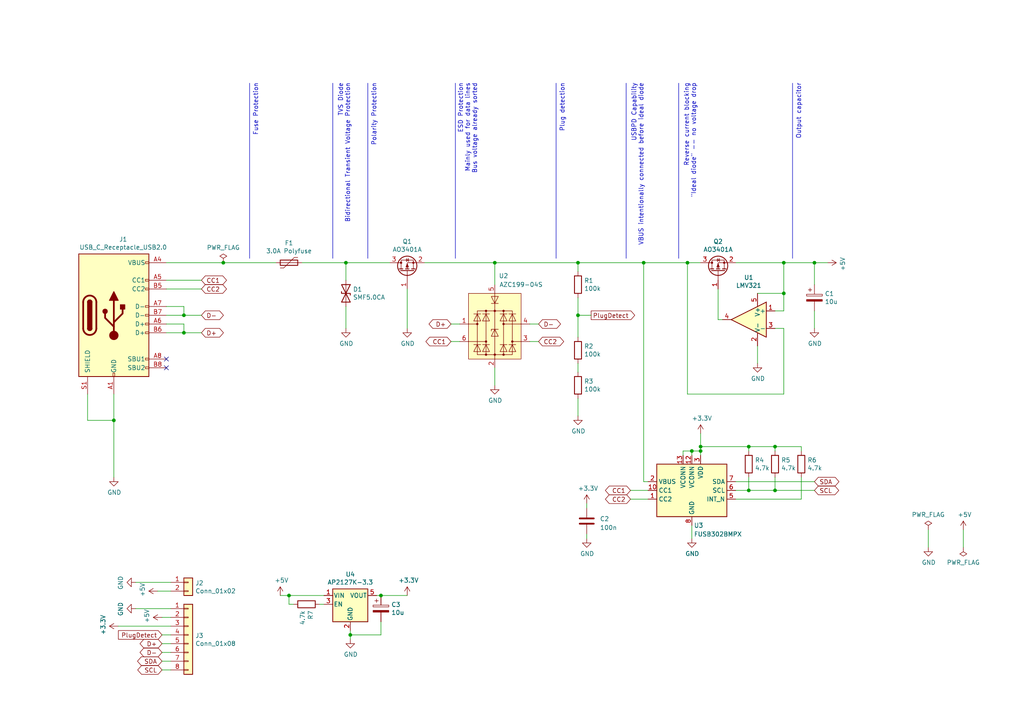
<source format=kicad_sch>
(kicad_sch (version 20230121) (generator eeschema)
  (paper "A4")
  (lib_symbols
    (symbol "Amplifier_Operational:LMV321" (pin_names (offset 0.127))
      (property "Reference" "U" (at 0 5.08 0))
      (property "Value" "LMV321" (at 0 -5.08 0))
      (symbol "LMV321_0_1"
        (polyline (pts (xy -5.08 5.08) (xy 5.08 0) (xy -5.08 -5.08) (xy -5.08 5.08)) (stroke (width 0.254)) (fill (type background)))
        (pin power_in line (at -2.54 -7.62 90) (length 3.81) (name "V-") (number "2"))
        (pin power_in line (at -2.54 7.62 270) (length 3.81) (name "V+") (number "5"))
      )
      (symbol "LMV321_1_1"
        (pin input line (at -7.62 2.54 0) (length 2.54) (name "+") (number "1"))
        (pin input line (at -7.62 -2.54 0) (length 2.54) (name "-") (number "3"))
        (pin output line (at 7.62 0 180) (length 2.54) (name "~") (number "4"))
      )
    )
    (symbol "Connector:USB_C_Receptacle_USB2.0" (pin_names (offset 1.016))
      (property "Reference" "J" (at -10.16 19.05 0))
      (property "Value" "USB_C_Receptacle_USB2.0" (at 19.05 19.05 0))
      (symbol "USB_C_Receptacle_USB2.0_0_0"
        (rectangle (start -0.254 -17.78) (end 0.254 -16.764))
        (rectangle (start 10.16 -14.986) (end 9.144 -15.494))
        (rectangle (start 10.16 -12.446) (end 9.144 -12.954))
        (rectangle (start 10.16 -4.826) (end 9.144 -5.334))
        (rectangle (start 10.16 -2.286) (end 9.144 -2.794))
        (rectangle (start 10.16 0.254) (end 9.144 -0.254))
        (rectangle (start 10.16 2.794) (end 9.144 2.286))
        (rectangle (start 10.16 7.874) (end 9.144 7.366))
        (rectangle (start 10.16 10.414) (end 9.144 9.906))
        (rectangle (start 10.16 15.494) (end 9.144 14.986))
      )
      (symbol "USB_C_Receptacle_USB2.0_0_1"
        (rectangle (start -10.16 17.78) (end 10.16 -17.78) (stroke (width 0.254)) (fill (type background)))
        (arc (start -8.89 -3.81) (mid -6.985 -5.7067) (end -5.08 -3.81) (stroke (width 0.508)))
        (arc (start -7.62 -3.81) (mid -6.985 -4.4423) (end -6.35 -3.81) (stroke (width 0.254)))
        (arc (start -7.62 -3.81) (mid -6.985 -4.4423) (end -6.35 -3.81) (stroke (width 0.254)) (fill (type outline)))
        (rectangle (start -7.62 -3.81) (end -6.35 3.81) (stroke (width 0.254)) (fill (type outline)))
        (arc (start -6.35 3.81) (mid -6.985 4.4423) (end -7.62 3.81) (stroke (width 0.254)))
        (arc (start -6.35 3.81) (mid -6.985 4.4423) (end -7.62 3.81) (stroke (width 0.254)) (fill (type outline)))
        (arc (start -5.08 3.81) (mid -6.985 5.7067) (end -8.89 3.81) (stroke (width 0.508)))
        (circle (center -2.54 1.143) (radius 0.635) (stroke (width 0.254)) (fill (type outline)))
        (circle (center 0 -5.842) (radius 1.27) (fill (type outline)))
        (polyline (pts (xy -8.89 -3.81) (xy -8.89 3.81)) (stroke (width 0.508)))
        (polyline (pts (xy -5.08 3.81) (xy -5.08 -3.81)) (stroke (width 0.508)))
        (polyline (pts (xy 0 -5.842) (xy 0 4.318)) (stroke (width 0.508)))
        (polyline (pts (xy 0 -3.302) (xy -2.54 -0.762) (xy -2.54 0.508)) (stroke (width 0.508)))
        (polyline (pts (xy 0 -2.032) (xy 2.54 0.508) (xy 2.54 1.778)) (stroke (width 0.508)))
        (polyline (pts (xy -1.27 4.318) (xy 0 6.858) (xy 1.27 4.318) (xy -1.27 4.318)) (stroke (width 0.254)) (fill (type outline)))
        (rectangle (start 1.905 1.778) (end 3.175 3.048) (stroke (width 0.254)) (fill (type outline)))
      )
      (symbol "USB_C_Receptacle_USB2.0_1_1"
        (pin passive line (at 0 -22.86 90) (length 5.08) (name "GND") (number "A1"))
        (pin passive line (at 0 -22.86 90) (length 5.08) hide (name "GND") (number "A12"))
        (pin passive line (at 15.24 15.24 180) (length 5.08) (name "VBUS") (number "A4"))
        (pin bidirectional line (at 15.24 10.16 180) (length 5.08) (name "CC1") (number "A5"))
        (pin bidirectional line (at 15.24 -2.54 180) (length 5.08) (name "D+") (number "A6"))
        (pin bidirectional line (at 15.24 2.54 180) (length 5.08) (name "D-") (number "A7"))
        (pin bidirectional line (at 15.24 -12.7 180) (length 5.08) (name "SBU1") (number "A8"))
        (pin passive line (at 15.24 15.24 180) (length 5.08) hide (name "VBUS") (number "A9"))
        (pin passive line (at 0 -22.86 90) (length 5.08) hide (name "GND") (number "B1"))
        (pin passive line (at 0 -22.86 90) (length 5.08) hide (name "GND") (number "B12"))
        (pin passive line (at 15.24 15.24 180) (length 5.08) hide (name "VBUS") (number "B4"))
        (pin bidirectional line (at 15.24 7.62 180) (length 5.08) (name "CC2") (number "B5"))
        (pin bidirectional line (at 15.24 -5.08 180) (length 5.08) (name "D+") (number "B6"))
        (pin bidirectional line (at 15.24 0 180) (length 5.08) (name "D-") (number "B7"))
        (pin bidirectional line (at 15.24 -15.24 180) (length 5.08) (name "SBU2") (number "B8"))
        (pin passive line (at 15.24 15.24 180) (length 5.08) hide (name "VBUS") (number "B9"))
        (pin passive line (at -7.62 -22.86 90) (length 5.08) (name "SHIELD") (number "S1"))
      )
    )
    (symbol "Connector_Generic:Conn_01x02" (pin_names (offset 1.016) hide)
      (property "Reference" "J" (at 0 2.54 0))
      (property "Value" "Conn_01x02" (at 0 -5.08 0))
      (symbol "Conn_01x02_1_1"
        (rectangle (start -1.27 -2.413) (end 0 -2.667) (stroke (width 0.1524)))
        (rectangle (start -1.27 0.127) (end 0 -0.127) (stroke (width 0.1524)))
        (rectangle (start -1.27 1.27) (end 1.27 -3.81) (stroke (width 0.254)) (fill (type background)))
        (pin passive line (at -5.08 0 0) (length 3.81) (name "Pin_1") (number "1"))
        (pin passive line (at -5.08 -2.54 0) (length 3.81) (name "Pin_2") (number "2"))
      )
    )
    (symbol "Connector_Generic:Conn_01x08" (pin_names (offset 1.016) hide)
      (property "Reference" "J" (at 0 10.16 0))
      (property "Value" "Conn_01x08" (at 0 -12.7 0))
      (symbol "Conn_01x08_1_1"
        (rectangle (start -1.27 -10.033) (end 0 -10.287) (stroke (width 0.1524)))
        (rectangle (start -1.27 -7.493) (end 0 -7.747) (stroke (width 0.1524)))
        (rectangle (start -1.27 -4.953) (end 0 -5.207) (stroke (width 0.1524)))
        (rectangle (start -1.27 -2.413) (end 0 -2.667) (stroke (width 0.1524)))
        (rectangle (start -1.27 0.127) (end 0 -0.127) (stroke (width 0.1524)))
        (rectangle (start -1.27 2.667) (end 0 2.413) (stroke (width 0.1524)))
        (rectangle (start -1.27 5.207) (end 0 4.953) (stroke (width 0.1524)))
        (rectangle (start -1.27 7.747) (end 0 7.493) (stroke (width 0.1524)))
        (rectangle (start -1.27 8.89) (end 1.27 -11.43) (stroke (width 0.254)) (fill (type background)))
        (pin passive line (at -5.08 7.62 0) (length 3.81) (name "Pin_1") (number "1"))
        (pin passive line (at -5.08 5.08 0) (length 3.81) (name "Pin_2") (number "2"))
        (pin passive line (at -5.08 2.54 0) (length 3.81) (name "Pin_3") (number "3"))
        (pin passive line (at -5.08 0 0) (length 3.81) (name "Pin_4") (number "4"))
        (pin passive line (at -5.08 -2.54 0) (length 3.81) (name "Pin_5") (number "5"))
        (pin passive line (at -5.08 -5.08 0) (length 3.81) (name "Pin_6") (number "6"))
        (pin passive line (at -5.08 -7.62 0) (length 3.81) (name "Pin_7") (number "7"))
        (pin passive line (at -5.08 -10.16 0) (length 3.81) (name "Pin_8") (number "8"))
      )
    )
    (symbol "Device:C" (pin_numbers hide) (pin_names (offset 0.254))
      (property "Reference" "C" (at 0.635 2.54 0))
      (property "Value" "C" (at 0.635 -2.54 0))
      (symbol "C_0_1"
        (polyline (pts (xy -2.032 -0.762) (xy 2.032 -0.762)) (stroke (width 0.508)))
        (polyline (pts (xy -2.032 0.762) (xy 2.032 0.762)) (stroke (width 0.508)))
      )
      (symbol "C_1_1"
        (pin passive line (at 0 3.81 270) (length 2.794) (name "~") (number "1"))
        (pin passive line (at 0 -3.81 90) (length 2.794) (name "~") (number "2"))
      )
    )
    (symbol "Device:C_Polarized" (pin_numbers hide) (pin_names (offset 0.254))
      (property "Reference" "C" (at 0.635 2.54 0))
      (property "Value" "C_Polarized" (at 0.635 -2.54 0))
      (symbol "C_Polarized_0_1"
        (rectangle (start -2.286 0.508) (end 2.286 1.016))
        (polyline (pts (xy -1.778 2.286) (xy -0.762 2.286)))
        (polyline (pts (xy -1.27 2.794) (xy -1.27 1.778)))
        (rectangle (start 2.286 -0.508) (end -2.286 -1.016) (fill (type outline)))
      )
      (symbol "C_Polarized_1_1"
        (pin passive line (at 0 3.81 270) (length 2.794) (name "~") (number "1"))
        (pin passive line (at 0 -3.81 90) (length 2.794) (name "~") (number "2"))
      )
    )
    (symbol "Device:D_TVS" (pin_numbers hide) (pin_names (offset 1.016) hide)
      (property "Reference" "D" (at 0 2.54 0))
      (property "Value" "D_TVS" (at 0 -2.54 0))
      (symbol "D_TVS_0_1"
        (polyline (pts (xy 1.27 0) (xy -1.27 0)))
        (polyline (pts (xy 0.508 1.27) (xy 0 1.27) (xy 0 -1.27) (xy -0.508 -1.27)) (stroke (width 0.254)))
        (polyline (pts (xy -2.54 1.27) (xy -2.54 -1.27) (xy 2.54 1.27) (xy 2.54 -1.27) (xy -2.54 1.27)) (stroke (width 0.254)))
      )
      (symbol "D_TVS_1_1"
        (pin passive line (at -3.81 0 0) (length 2.54) (name "A1") (number "1"))
        (pin passive line (at 3.81 0 180) (length 2.54) (name "A2") (number "2"))
      )
    )
    (symbol "Device:Polyfuse" (pin_numbers hide) (pin_names (offset 0))
      (property "Reference" "F" (at -2.54 0 90))
      (property "Value" "Polyfuse" (at 2.54 0 90))
      (symbol "Polyfuse_0_1"
        (rectangle (start -0.762 2.54) (end 0.762 -2.54) (stroke (width 0.254)))
        (polyline (pts (xy 0 2.54) (xy 0 -2.54)))
        (polyline (pts (xy -1.524 2.54) (xy -1.524 1.524) (xy 1.524 -1.524) (xy 1.524 -2.54)))
      )
      (symbol "Polyfuse_1_1"
        (pin passive line (at 0 3.81 270) (length 1.27) (name "~") (number "1"))
        (pin passive line (at 0 -3.81 90) (length 1.27) (name "~") (number "2"))
      )
    )
    (symbol "Device:R" (pin_numbers hide) (pin_names (offset 0))
      (property "Reference" "R" (at 2.032 0 90))
      (property "Value" "R" (at 0 0 90))
      (symbol "R_0_1"
        (rectangle (start -1.016 -2.54) (end 1.016 2.54) (stroke (width 0.254)))
      )
      (symbol "R_1_1"
        (pin passive line (at 0 3.81 270) (length 1.27) (name "~") (number "1"))
        (pin passive line (at 0 -3.81 90) (length 1.27) (name "~") (number "2"))
      )
    )
    (symbol "Interface_USB:FUSB302BMPX"
      (property "Reference" "U" (at -10.16 8.89 0))
      (property "Value" "FUSB302BMPX" (at 3.81 8.89 0))
      (symbol "FUSB302BMPX_0_1"
        (rectangle (start -10.16 7.62) (end 10.16 -7.62) (stroke (width 0.254)) (fill (type background)))
      )
      (symbol "FUSB302BMPX_1_1"
        (pin bidirectional line (at 12.7 -2.54 180) (length 2.54) (name "CC2") (number "1"))
        (pin bidirectional line (at 12.7 0 180) (length 2.54) (name "CC1") (number "10"))
        (pin bidirectional line (at 12.7 0 180) (length 2.54) hide (name "CC1") (number "11"))
        (pin power_in line (at 0 10.16 270) (length 2.54) (name "VCONN") (number "12"))
        (pin power_in line (at 2.54 10.16 270) (length 2.54) (name "VCONN") (number "13"))
        (pin bidirectional line (at 12.7 -2.54 180) (length 2.54) hide (name "CC2") (number "14"))
        (pin passive line (at 0 -10.16 90) (length 2.54) hide (name "GND") (number "15"))
        (pin input line (at 12.7 2.54 180) (length 2.54) (name "VBUS") (number "2"))
        (pin power_in line (at -2.54 10.16 270) (length 2.54) (name "VDD") (number "3"))
        (pin passive line (at -2.54 10.16 270) (length 2.54) hide (name "VDD") (number "4"))
        (pin open_collector line (at -12.7 -2.54 0) (length 2.54) (name "INT_N") (number "5"))
        (pin input line (at -12.7 0 0) (length 2.54) (name "SCL") (number "6"))
        (pin bidirectional line (at -12.7 2.54 0) (length 2.54) (name "SDA") (number "7"))
        (pin power_in line (at 0 -10.16 90) (length 2.54) (name "GND") (number "8"))
        (pin passive line (at 0 -10.16 90) (length 2.54) hide (name "GND") (number "9"))
      )
    )
    (symbol "Regulator_Linear:AP2127K-3.3" (pin_names (offset 0.254))
      (property "Reference" "U" (at -5.08 5.715 0))
      (property "Value" "AP2127K-3.3" (at 0 5.715 0))
      (symbol "AP2127K-3.3_0_1"
        (rectangle (start -5.08 4.445) (end 5.08 -5.08) (stroke (width 0.254)) (fill (type background)))
      )
      (symbol "AP2127K-3.3_1_1"
        (pin power_in line (at -7.62 2.54 0) (length 2.54) (name "VIN") (number "1"))
        (pin power_in line (at 0 -7.62 90) (length 2.54) (name "GND") (number "2"))
        (pin input line (at -7.62 0 0) (length 2.54) (name "EN") (number "3"))
        (pin no_connect line (at 5.08 0 180) (length 2.54) hide (name "NC") (number "4"))
        (pin power_out line (at 7.62 2.54 180) (length 2.54) (name "VOUT") (number "5"))
      )
    )
    (symbol "Transistor_FET:AO3401A" (pin_names hide)
      (property "Reference" "Q" (at 5.08 1.905 0))
      (property "Value" "AO3401A" (at 5.08 0 0))
      (symbol "AO3401A_0_1"
        (polyline (pts (xy 0.254 0) (xy -2.54 0)))
        (polyline (pts (xy 0.254 1.905) (xy 0.254 -1.905)) (stroke (width 0.254)))
        (polyline (pts (xy 0.762 -1.27) (xy 0.762 -2.286)) (stroke (width 0.254)))
        (polyline (pts (xy 0.762 0.508) (xy 0.762 -0.508)) (stroke (width 0.254)))
        (polyline (pts (xy 0.762 2.286) (xy 0.762 1.27)) (stroke (width 0.254)))
        (polyline (pts (xy 2.54 2.54) (xy 2.54 1.778)))
        (polyline (pts (xy 2.54 -2.54) (xy 2.54 0) (xy 0.762 0)))
        (polyline (pts (xy 0.762 1.778) (xy 3.302 1.778) (xy 3.302 -1.778) (xy 0.762 -1.778)))
        (polyline (pts (xy 2.286 0) (xy 1.27 0.381) (xy 1.27 -0.381) (xy 2.286 0)) (fill (type outline)))
        (polyline (pts (xy 2.794 -0.508) (xy 2.921 -0.381) (xy 3.683 -0.381) (xy 3.81 -0.254)))
        (polyline (pts (xy 3.302 -0.381) (xy 2.921 0.254) (xy 3.683 0.254) (xy 3.302 -0.381)))
        (circle (center 1.651 0) (radius 2.794) (stroke (width 0.254)))
        (circle (center 2.54 -1.778) (radius 0.254) (fill (type outline)))
        (circle (center 2.54 1.778) (radius 0.254) (fill (type outline)))
      )
      (symbol "AO3401A_1_1"
        (pin input line (at -5.08 0 0) (length 2.54) (name "G") (number "1"))
        (pin passive line (at 2.54 -5.08 90) (length 2.54) (name "S") (number "2"))
        (pin passive line (at 2.54 5.08 270) (length 2.54) (name "D") (number "3"))
      )
    )
    (symbol "power-input-test:AZC199-04S" (pin_names hide)
      (property "Reference" "U" (at 2.54 8.89 0))
      (property "Value" "AZC199-04S" (at 2.54 -8.89 0))
      (symbol "AZC199-04S_0_1"
        (rectangle (start -7.62 11.43) (end 7.62 -7.62) (fill (type background)))
        (circle (center -5.08 2.54) (radius 0.254) (fill (type outline)))
        (circle (center -2.54 -6.35) (radius 0.254) (fill (type outline)))
        (circle (center -2.54 -2.54) (radius 0.254) (fill (type outline)))
        (circle (center -2.54 6.35) (radius 0.254) (fill (type outline)))
        (rectangle (start -2.54 6.35) (end 2.54 -6.35))
        (circle (center 0 -6.35) (radius 0.254) (fill (type outline)))
        (polyline (pts (xy -5.08 2.54) (xy -7.62 2.54)))
        (polyline (pts (xy -4.064 -3.429) (xy -6.096 -3.429)))
        (polyline (pts (xy -4.064 5.461) (xy -6.096 5.461)))
        (polyline (pts (xy -2.54 -2.54) (xy -7.62 -2.54)))
        (polyline (pts (xy -1.524 -3.429) (xy -3.556 -3.429)))
        (polyline (pts (xy -1.524 5.461) (xy -3.556 5.461)))
        (polyline (pts (xy 0 -7.62) (xy 0 -6.35)))
        (polyline (pts (xy 0 -6.35) (xy 0 1.27)))
        (polyline (pts (xy 0 1.27) (xy 0 6.35)))
        (polyline (pts (xy 0 6.35) (xy 0 7.62)))
        (polyline (pts (xy 0 7.62) (xy 0 11.43)))
        (polyline (pts (xy 1.524 -3.429) (xy 3.556 -3.429)))
        (polyline (pts (xy 1.524 5.461) (xy 3.556 5.461)))
        (polyline (pts (xy 2.54 2.54) (xy 7.62 2.54)))
        (polyline (pts (xy 4.064 -3.429) (xy 6.096 -3.429)))
        (polyline (pts (xy 4.064 5.461) (xy 6.096 5.461)))
        (polyline (pts (xy 5.08 -2.54) (xy 7.62 -2.54)))
        (polyline (pts (xy -6.096 -5.461) (xy -4.064 -5.461) (xy -5.08 -3.429) (xy -6.096 -5.461)))
        (polyline (pts (xy -6.096 3.429) (xy -4.064 3.429) (xy -5.08 5.461) (xy -6.096 3.429)))
        (polyline (pts (xy -3.556 -5.461) (xy -1.524 -5.461) (xy -2.54 -3.429) (xy -3.556 -5.461)))
        (polyline (pts (xy -3.556 3.429) (xy -1.524 3.429) (xy -2.54 5.461) (xy -3.556 3.429)))
        (polyline (pts (xy -2.54 6.35) (xy -5.08 6.35) (xy -5.08 -6.35) (xy -2.54 -6.35)))
        (polyline (pts (xy -1.016 -1.016) (xy 1.016 -1.016) (xy 0 1.016) (xy -1.016 -1.016)))
        (polyline (pts (xy 1.016 1.016) (xy 0.762 1.016) (xy -1.016 1.016) (xy -1.016 0.508)))
        (polyline (pts (xy 2.54 6.35) (xy 5.08 6.35) (xy 5.08 -6.35) (xy 2.54 -6.35)))
        (polyline (pts (xy 3.556 -5.461) (xy 1.524 -5.461) (xy 2.54 -3.429) (xy 3.556 -5.461)))
        (polyline (pts (xy 3.556 3.429) (xy 1.524 3.429) (xy 2.54 5.461) (xy 3.556 3.429)))
        (polyline (pts (xy 6.096 -5.461) (xy 4.064 -5.461) (xy 5.08 -3.429) (xy 6.096 -5.461)))
        (polyline (pts (xy 6.096 3.429) (xy 4.064 3.429) (xy 5.08 5.461) (xy 6.096 3.429)))
        (circle (center 0 6.35) (radius 0.254) (fill (type outline)))
        (circle (center 2.54 -6.35) (radius 0.254) (fill (type outline)))
        (circle (center 2.54 2.54) (radius 0.254) (fill (type outline)))
        (circle (center 2.54 6.35) (radius 0.254) (fill (type outline)))
        (circle (center 5.08 -2.54) (radius 0.254) (fill (type outline)))
      )
      (symbol "AZC199-04S_1_1"
        (polyline (pts (xy -1.016 8.509) (xy 1.016 8.509)))
        (polyline (pts (xy 1.016 10.541) (xy -1.016 10.541) (xy 0 8.509) (xy 1.016 10.541)))
        (pin passive line (at -10.16 2.54 0) (length 2.54) (name "I/O1") (number "1"))
        (pin passive line (at 0 -10.16 90) (length 2.54) (name "GND") (number "2"))
        (pin passive line (at 10.16 -2.54 180) (length 2.54) (name "I/O4") (number "3"))
        (pin passive line (at 10.16 2.54 180) (length 2.54) (name "I/O3") (number "4"))
        (pin passive line (at 0 13.97 270) (length 2.54) (name "VBUS") (number "5"))
        (pin passive line (at -10.16 -2.54 0) (length 2.54) (name "I/O2") (number "6"))
      )
    )
    (symbol "power:+3.3V" (power) (pin_names (offset 0))
      (property "Value" "+3.3V" (at 0 3.556 0))
      (symbol "+3.3V_0_1"
        (polyline (pts (xy -0.762 1.27) (xy 0 2.54)))
        (polyline (pts (xy 0 0) (xy 0 2.54)))
        (polyline (pts (xy 0 2.54) (xy 0.762 1.27)))
      )
      (symbol "+3.3V_1_1"
        (pin power_in line (at 0 0 90) (length 0) hide (name "+3.3V") (number "1"))
      )
    )
    (symbol "power:+5V" (power) (pin_names (offset 0))
      (property "Value" "+5V" (at 0 3.556 0))
      (symbol "+5V_0_1"
        (polyline (pts (xy -0.762 1.27) (xy 0 2.54)))
        (polyline (pts (xy 0 0) (xy 0 2.54)))
        (polyline (pts (xy 0 2.54) (xy 0.762 1.27)))
      )
      (symbol "+5V_1_1"
        (pin power_in line (at 0 0 90) (length 0) hide (name "+5V") (number "1"))
      )
    )
    (symbol "power:GND" (power) (pin_names (offset 0))
      (property "Value" "GND" (at 0 -3.81 0))
      (symbol "GND_0_1"
        (polyline (pts (xy 0 0) (xy 0 -1.27) (xy 1.27 -1.27) (xy 0 -2.54) (xy -1.27 -1.27) (xy 0 -1.27)))
      )
      (symbol "GND_1_1"
        (pin power_in line (at 0 0 270) (length 0) hide (name "GND") (number "1"))
      )
    )
    (symbol "power:PWR_FLAG" (power) (pin_numbers hide) (pin_names (offset 0) hide)
      (property "Value" "PWR_FLAG" (at 0 3.81 0))
      (symbol "PWR_FLAG_0_0"
        (pin power_out line (at 0 0 90) (length 0) (name "pwr") (number "1"))
      )
      (symbol "PWR_FLAG_0_1"
        (polyline (pts (xy 0 0) (xy 0 1.27) (xy -1.016 1.905) (xy 0 2.54) (xy 1.016 1.905) (xy 0 1.27)))
      )
    )
  )
  (junction (at 203.2 130.81))
  (junction (at 217.17 142.24))
  (junction (at 186.69 76.2))
  (junction (at 199.39 76.2))
  (junction (at 227.33 85.09))
  (junction (at 167.64 91.44))
  (junction (at 224.79 142.24))
  (junction (at 83.82 172.72))
  (junction (at 227.33 76.2))
  (junction (at 217.17 129.54))
  (junction (at 110.49 172.72))
  (junction (at 100.33 76.2))
  (junction (at 53.34 91.44))
  (junction (at 143.51 76.2))
  (junction (at 224.79 129.54))
  (junction (at 53.34 96.52))
  (junction (at 200.66 130.81))
  (junction (at 167.64 76.2))
  (junction (at 33.02 121.92))
  (junction (at 236.22 76.2))
  (junction (at 101.6 184.15))
  (junction (at 64.77 76.2))
  (junction (at 203.2 129.54))
  (no_connect (at 48.26 106.68))
  (no_connect (at 48.26 104.14))
  (wire (pts (xy 39.37 176.53) (xy 49.53 176.53)))
  (wire (pts (xy 203.2 130.81) (xy 203.2 132.08)))
  (wire (pts (xy 217.17 129.54) (xy 217.17 130.81)))
  (wire (pts (xy 46.99 184.15) (xy 49.53 184.15)))
  (wire (pts (xy 227.33 76.2) (xy 236.22 76.2)))
  (wire (pts (xy 53.34 93.98) (xy 53.34 96.52)))
  (wire (pts (xy 153.67 99.06) (xy 156.21 99.06)))
  (wire (pts (xy 101.6 184.15) (xy 101.6 182.88)))
  (wire (pts (xy 33.02 121.92) (xy 33.02 138.43)))
  (wire (pts (xy 203.2 129.54) (xy 217.17 129.54)))
  (wire (pts (xy 199.39 76.2) (xy 199.39 114.3)))
  (wire (pts (xy 236.22 82.55) (xy 236.22 76.2)))
  (wire (pts (xy 200.66 132.08) (xy 200.66 130.81)))
  (polyline (pts (xy 72.39 74.93) (xy 72.39 24.13)))
  (wire (pts (xy 48.26 83.82) (xy 58.42 83.82)))
  (wire (pts (xy 227.33 114.3) (xy 227.33 95.25)))
  (wire (pts (xy 100.33 81.28) (xy 100.33 76.2)))
  (wire (pts (xy 167.64 76.2) (xy 186.69 76.2)))
  (wire (pts (xy 213.36 76.2) (xy 227.33 76.2)))
  (wire (pts (xy 25.4 114.3) (xy 25.4 121.92)))
  (wire (pts (xy 187.96 139.7) (xy 186.69 139.7)))
  (wire (pts (xy 224.79 129.54) (xy 224.79 130.81)))
  (wire (pts (xy 208.28 83.82) (xy 208.28 92.71)))
  (wire (pts (xy 53.34 96.52) (xy 48.26 96.52)))
  (wire (pts (xy 167.64 86.36) (xy 167.64 91.44)))
  (wire (pts (xy 53.34 91.44) (xy 58.42 91.44)))
  (wire (pts (xy 187.96 144.78) (xy 182.88 144.78)))
  (wire (pts (xy 186.69 76.2) (xy 186.69 139.7)))
  (wire (pts (xy 49.53 186.69) (xy 46.99 186.69)))
  (polyline (pts (xy 161.29 74.93) (xy 161.29 24.13)))
  (wire (pts (xy 93.98 175.26) (xy 92.71 175.26)))
  (wire (pts (xy 167.64 115.57) (xy 167.64 120.65)))
  (wire (pts (xy 167.64 78.74) (xy 167.64 76.2)))
  (wire (pts (xy 217.17 129.54) (xy 224.79 129.54)))
  (wire (pts (xy 279.4 153.67) (xy 279.4 158.75)))
  (wire (pts (xy 203.2 125.73) (xy 203.2 129.54)))
  (wire (pts (xy 200.66 130.81) (xy 203.2 130.81)))
  (wire (pts (xy 143.51 76.2) (xy 143.51 82.55)))
  (wire (pts (xy 48.26 76.2) (xy 64.77 76.2)))
  (wire (pts (xy 219.71 100.33) (xy 219.71 105.41)))
  (wire (pts (xy 167.64 105.41) (xy 167.64 107.95)))
  (wire (pts (xy 217.17 142.24) (xy 224.79 142.24)))
  (polyline (pts (xy 106.68 74.93) (xy 106.68 24.13)))
  (wire (pts (xy 219.71 85.09) (xy 227.33 85.09)))
  (wire (pts (xy 199.39 76.2) (xy 203.2 76.2)))
  (wire (pts (xy 200.66 152.4) (xy 200.66 156.21)))
  (wire (pts (xy 110.49 172.72) (xy 118.11 172.72)))
  (wire (pts (xy 143.51 106.68) (xy 143.51 111.76)))
  (wire (pts (xy 33.02 114.3) (xy 33.02 121.92)))
  (wire (pts (xy 227.33 90.17) (xy 224.79 90.17)))
  (wire (pts (xy 110.49 180.34) (xy 110.49 184.15)))
  (wire (pts (xy 170.18 146.05) (xy 170.18 147.32)))
  (wire (pts (xy 198.12 130.81) (xy 200.66 130.81)))
  (wire (pts (xy 236.22 76.2) (xy 240.03 76.2)))
  (wire (pts (xy 269.24 153.67) (xy 269.24 158.75)))
  (wire (pts (xy 227.33 76.2) (xy 227.33 85.09)))
  (wire (pts (xy 53.34 96.52) (xy 58.42 96.52)))
  (wire (pts (xy 224.79 138.43) (xy 224.79 142.24)))
  (polyline (pts (xy 96.52 74.93) (xy 96.52 24.13)))
  (wire (pts (xy 203.2 129.54) (xy 203.2 130.81)))
  (wire (pts (xy 48.26 93.98) (xy 53.34 93.98)))
  (wire (pts (xy 217.17 138.43) (xy 217.17 142.24)))
  (wire (pts (xy 130.81 99.06) (xy 133.35 99.06)))
  (wire (pts (xy 171.45 91.44) (xy 167.64 91.44)))
  (wire (pts (xy 25.4 121.92) (xy 33.02 121.92)))
  (wire (pts (xy 109.22 172.72) (xy 110.49 172.72)))
  (wire (pts (xy 46.99 179.07) (xy 49.53 179.07)))
  (wire (pts (xy 186.69 76.2) (xy 199.39 76.2)))
  (wire (pts (xy 224.79 129.54) (xy 232.41 129.54)))
  (polyline (pts (xy 132.08 74.93) (xy 132.08 24.13)))
  (wire (pts (xy 187.96 142.24) (xy 182.88 142.24)))
  (wire (pts (xy 100.33 95.25) (xy 100.33 88.9)))
  (wire (pts (xy 85.09 175.26) (xy 83.82 175.26)))
  (wire (pts (xy 83.82 175.26) (xy 83.82 172.72)))
  (wire (pts (xy 39.37 168.91) (xy 49.53 168.91)))
  (wire (pts (xy 123.19 76.2) (xy 143.51 76.2)))
  (wire (pts (xy 208.28 92.71) (xy 209.55 92.71)))
  (wire (pts (xy 232.41 130.81) (xy 232.41 129.54)))
  (polyline (pts (xy 229.87 74.93) (xy 229.87 24.13)))
  (wire (pts (xy 236.22 90.17) (xy 236.22 95.25)))
  (wire (pts (xy 48.26 88.9) (xy 53.34 88.9)))
  (polyline (pts (xy 196.85 74.93) (xy 196.85 24.13)))
  (wire (pts (xy 45.72 171.45) (xy 49.53 171.45)))
  (wire (pts (xy 49.53 194.31) (xy 46.99 194.31)))
  (wire (pts (xy 213.36 142.24) (xy 217.17 142.24)))
  (wire (pts (xy 64.77 76.2) (xy 80.01 76.2)))
  (wire (pts (xy 118.11 83.82) (xy 118.11 95.25)))
  (wire (pts (xy 83.82 172.72) (xy 93.98 172.72)))
  (wire (pts (xy 143.51 76.2) (xy 167.64 76.2)))
  (wire (pts (xy 101.6 185.42) (xy 101.6 184.15)))
  (wire (pts (xy 213.36 144.78) (xy 232.41 144.78)))
  (wire (pts (xy 34.29 181.61) (xy 49.53 181.61)))
  (wire (pts (xy 49.53 191.77) (xy 46.99 191.77)))
  (wire (pts (xy 130.81 93.98) (xy 133.35 93.98)))
  (wire (pts (xy 199.39 114.3) (xy 227.33 114.3)))
  (wire (pts (xy 170.18 154.94) (xy 170.18 156.21)))
  (polyline (pts (xy 181.61 74.93) (xy 181.61 24.13)))
  (wire (pts (xy 227.33 95.25) (xy 224.79 95.25)))
  (wire (pts (xy 232.41 144.78) (xy 232.41 138.43)))
  (wire (pts (xy 87.63 76.2) (xy 100.33 76.2)))
  (wire (pts (xy 53.34 91.44) (xy 48.26 91.44)))
  (wire (pts (xy 110.49 184.15) (xy 101.6 184.15)))
  (wire (pts (xy 49.53 189.23) (xy 46.99 189.23)))
  (wire (pts (xy 153.67 93.98) (xy 156.21 93.98)))
  (wire (pts (xy 167.64 91.44) (xy 167.64 97.79)))
  (wire (pts (xy 213.36 139.7) (xy 236.22 139.7)))
  (wire (pts (xy 48.26 81.28) (xy 58.42 81.28)))
  (wire (pts (xy 198.12 132.08) (xy 198.12 130.81)))
  (wire (pts (xy 81.28 172.72) (xy 83.82 172.72)))
  (wire (pts (xy 227.33 85.09) (xy 227.33 90.17)))
  (wire (pts (xy 53.34 88.9) (xy 53.34 91.44)))
  (wire (pts (xy 100.33 76.2) (xy 113.03 76.2)))
  (wire (pts (xy 224.79 142.24) (xy 236.22 142.24)))
  (text "USBPD Capability\nVBUS intentionally connected before ideal diode" (at 186.69 24.13 90) (effects (font (size 1.27 1.27)) (justify right bottom)))
  (text "Polarity Protection" (at 109.22 24.13 90) (effects (font (size 1.27 1.27)) (justify right bottom)))
  (text "Plug detection" (at 163.83 24.13 90) (effects (font (size 1.27 1.27)) (justify right bottom)))
  (text "ESD Protection\nMainly used for data lines\nBus voltage already sorted" (at 138.43 24.13 90) (effects (font (size 1.27 1.27)) (justify right bottom)))
  (text "Output capacitor" (at 232.41 24.13 90) (effects (font (size 1.27 1.27)) (justify right bottom)))
  (text "Reverse current blocking\n\"Ideal diode\" -- no voltage drop" (at 201.93 24.13 90) (effects (font (size 1.27 1.27)) (justify right bottom)))
  (text "Fuse Protection" (at 74.93 24.13 90) (effects (font (size 1.27 1.27)) (justify right bottom)))
  (text "TVS Diode\nBidirectional Transient Voltage Protection" (at 101.6 24.13 90) (effects (font (size 1.27 1.27)) (justify right bottom)))
  (global_label "D-" (shape bidirectional) (at 156.21 93.98 0) (property "Intersheetrefs" "${INTERSHEET_REFS}" (effects hide)))
  (global_label "CC2" (shape bidirectional) (at 182.88 144.78 180) (property "Intersheetrefs" "${INTERSHEET_REFS}" (effects hide)))
  (global_label "CC1" (shape bidirectional) (at 58.42 81.28 0) (property "Intersheetrefs" "${INTERSHEET_REFS}" (effects hide)))
  (global_label "SDA" (shape bidirectional) (at 46.99 191.77 180) (property "Intersheetrefs" "${INTERSHEET_REFS}" (effects hide)))
  (global_label "D-" (shape bidirectional) (at 58.42 91.44 0) (property "Intersheetrefs" "${INTERSHEET_REFS}" (effects hide)))
  (global_label "CC2" (shape bidirectional) (at 156.21 99.06 0) (property "Intersheetrefs" "${INTERSHEET_REFS}" (effects hide)))
  (global_label "PlugDetect" (shape input) (at 46.99 184.15 180) (property "Intersheetrefs" "${INTERSHEET_REFS}" (effects hide)))
  (global_label "SDA" (shape bidirectional) (at 236.22 139.7 0) (property "Intersheetrefs" "${INTERSHEET_REFS}" (effects hide)))
  (global_label "D+" (shape bidirectional) (at 130.81 93.98 180) (property "Intersheetrefs" "${INTERSHEET_REFS}" (effects hide)))
  (global_label "CC2" (shape bidirectional) (at 58.42 83.82 0) (property "Intersheetrefs" "${INTERSHEET_REFS}" (effects hide)))
  (global_label "D-" (shape bidirectional) (at 46.99 189.23 180) (property "Intersheetrefs" "${INTERSHEET_REFS}" (effects hide)))
  (global_label "CC1" (shape bidirectional) (at 130.81 99.06 180) (property "Intersheetrefs" "${INTERSHEET_REFS}" (effects hide)))
  (global_label "PlugDetect" (shape output) (at 171.45 91.44 0) (property "Intersheetrefs" "${INTERSHEET_REFS}" (effects hide)))
  (global_label "CC1" (shape bidirectional) (at 182.88 142.24 180) (property "Intersheetrefs" "${INTERSHEET_REFS}" (effects hide)))
  (global_label "SCL" (shape bidirectional) (at 46.99 194.31 180) (property "Intersheetrefs" "${INTERSHEET_REFS}" (effects hide)))
  (global_label "D+" (shape bidirectional) (at 46.99 186.69 180) (property "Intersheetrefs" "${INTERSHEET_REFS}" (effects hide)))
  (global_label "SCL" (shape bidirectional) (at 236.22 142.24 0) (property "Intersheetrefs" "${INTERSHEET_REFS}" (effects hide)))
  (global_label "D+" (shape bidirectional) (at 58.42 96.52 0) (property "Intersheetrefs" "${INTERSHEET_REFS}" (effects hide)))
  (symbol (lib_id "power:+5V") (at 279.4 153.67 0) (unit 1)
    (property "Reference" "#PWR012" (effects hide))
    (property "Value" "+5V" (at 279.781 149.2758 0))
  )
  (symbol (lib_id "power:GND") (at 269.24 158.75 0) (unit 1)
    (property "Reference" "#PWR014" (effects hide))
    (property "Value" "GND" (at 269.367 163.1442 0))
  )
  (symbol (lib_id "power:PWR_FLAG") (at 279.4 158.75 180) (unit 1)
    (property "Reference" "#FLG03" (effects hide))
    (property "Value" "PWR_FLAG" (at 279.4 163.1442 0))
  )
  (symbol (lib_id "power:PWR_FLAG") (at 269.24 153.67 0) (unit 1)
    (property "Reference" "#FLG02" (effects hide))
    (property "Value" "PWR_FLAG" (at 269.24 149.2758 0))
  )
  (symbol (lib_id "power:GND") (at 39.37 176.53 270) (unit 1)
    (property "Reference" "#PWR019" (effects hide))
    (property "Value" "GND" (at 34.9758 176.657 0))
  )
  (symbol (lib_id "Regulator_Linear:AP2127K-3.3") (at 101.6 175.26 0) (unit 1)
    (property "Reference" "U4" (at 101.6 166.5732 0))
    (property "Value" "AP2127K-3.3" (at 101.6 168.8846 0))
    (property "Footprint" "Package_TO_SOT_SMD:SOT-23-5" (effects hide))
    (property "Datasheet" "https://www.diodes.com/assets/Datasheets/AP2127.pdf" (effects hide))
  )
  (symbol (lib_id "power:GND") (at 101.6 185.42 0) (unit 1)
    (property "Reference" "#PWR022" (effects hide))
    (property "Value" "GND" (at 101.727 189.8142 0))
  )
  (symbol (lib_id "Device:C_Polarized") (at 110.49 176.53 0) (unit 1)
    (property "Reference" "C3" (at 113.4872 175.3616 0) (effects (justify left)))
    (property "Value" "10u" (at 113.4872 177.673 0) (effects (justify left)))
    (property "Footprint" "Capacitor_Tantalum_SMD:CP_EIA-3216-12_Kemet-S" (effects hide))
  )
  (symbol (lib_id "Device:R") (at 88.9 175.26 270) (unit 1)
    (property "Reference" "R7" (at 90.0684 177.038 0) (effects (justify left)))
    (property "Value" "4.7k" (at 87.757 177.038 0) (effects (justify left)))
    (property "Footprint" "Resistor_SMD:R_0402_1005Metric" (effects hide))
  )
  (symbol (lib_id "Connector_Generic:Conn_01x02") (at 54.61 168.91 0) (unit 1)
    (property "Reference" "J2" (at 56.642 169.1132 0) (effects (justify left)))
    (property "Value" "Conn_01x02" (at 56.642 171.4246 0) (effects (justify left)))
    (property "Footprint" "Connector_PinHeader_2.54mm:PinHeader_1x02_P2.54mm_Vertical" (effects hide))
  )
  (symbol (lib_id "power:GND") (at 39.37 168.91 270) (unit 1)
    (property "Reference" "#PWR015" (effects hide))
    (property "Value" "GND" (at 34.9758 169.037 0))
  )
  (symbol (lib_id "Device:R") (at 167.64 82.55 0) (unit 1)
    (property "Reference" "R1" (at 169.418 81.3816 0) (effects (justify left)))
    (property "Value" "100k" (at 169.418 83.693 0) (effects (justify left)))
    (property "Footprint" "Resistor_SMD:R_0402_1005Metric" (effects hide))
  )
  (symbol (lib_id "Device:R") (at 167.64 111.76 0) (unit 1)
    (property "Reference" "R3" (at 169.418 110.5916 0) (effects (justify left)))
    (property "Value" "100k" (at 169.418 112.903 0) (effects (justify left)))
    (property "Footprint" "Resistor_SMD:R_0402_1005Metric" (effects hide))
  )
  (symbol (lib_id "power:GND") (at 167.64 120.65 0) (unit 1)
    (property "Reference" "#PWR07" (effects hide))
    (property "Value" "GND" (at 167.767 125.0442 0))
  )
  (symbol (lib_id "Connector:USB_C_Receptacle_USB2.0") (at 33.02 91.44 0) (unit 1)
    (property "Reference" "J1" (at 35.7378 69.4182 0))
    (property "Value" "USB_C_Receptacle_USB2.0" (at 35.7378 71.7296 0))
    (property "Footprint" "Connector_USB:USB_C_Receptacle_HRO_TYPE-C-31-M-12" (effects hide))
    (property "Datasheet" "https://www.usb.org/sites/default/files/documents/usb_type-c.zip" (effects hide))
  )
  (symbol (lib_id "power:GND") (at 33.02 138.43 0) (unit 1)
    (property "Reference" "#PWR010" (effects hide))
    (property "Value" "GND" (at 33.147 142.8242 0))
  )
  (symbol (lib_id "Device:Polyfuse") (at 83.82 76.2 270) (unit 1)
    (property "Reference" "F1" (at 83.82 70.485 90))
    (property "Value" "3.0A Polyfuse" (at 83.82 72.7964 90))
    (property "Footprint" "Fuse:Fuse_1206_3216Metric" (effects hide))
  )
  (symbol (lib_id "Transistor_FET:AO3401A") (at 118.11 78.74 90) (unit 1)
    (property "Reference" "Q1" (at 118.11 70.0532 90))
    (property "Value" "AO3401A" (at 118.11 72.3646 90))
    (property "Footprint" "Package_TO_SOT_SMD:SOT-23" (effects hide))
  )
  (symbol (lib_id "power:GND") (at 118.11 95.25 0) (unit 1)
    (property "Reference" "#PWR03" (effects hide))
    (property "Value" "GND" (at 118.237 99.6442 0))
  )
  (symbol (lib_id "power:PWR_FLAG") (at 64.77 76.2 0) (unit 1)
    (property "Reference" "#FLG01" (effects hide))
    (property "Value" "PWR_FLAG" (at 64.77 71.8058 0))
  )
  (symbol (lib_id "Connector_Generic:Conn_01x08") (at 54.61 184.15 0) (unit 1)
    (property "Reference" "J3" (at 56.642 184.3532 0) (effects (justify left)))
    (property "Value" "Conn_01x08" (at 56.642 186.6646 0) (effects (justify left)))
    (property "Footprint" "Connector_PinHeader_2.54mm:PinHeader_1x08_P2.54mm_Vertical" (effects hide))
  )
  (symbol (lib_id "power:+5V") (at 81.28 172.72 0) (unit 1)
    (property "Reference" "#PWR017" (effects hide))
    (property "Value" "+5V" (at 81.661 168.3258 0))
  )
  (symbol (lib_id "power:+5V") (at 45.72 171.45 90) (unit 1)
    (property "Reference" "#PWR016" (effects hide))
    (property "Value" "+5V" (at 41.3258 171.069 0))
  )
  (symbol (lib_id "power:+5V") (at 46.99 179.07 90) (unit 1)
    (property "Reference" "#PWR020" (effects hide))
    (property "Value" "+5V" (at 42.5958 178.689 0))
  )
  (symbol (lib_id "power:+5V") (at 240.03 76.2 270) (unit 1)
    (property "Reference" "#PWR01" (effects hide))
    (property "Value" "+5V" (at 244.4242 76.581 0))
  )
  (symbol (lib_id "power:+3.3V") (at 118.11 172.72 0) (unit 1)
    (property "Reference" "#PWR018" (effects hide))
    (property "Value" "+3.3V" (at 118.491 168.3258 0))
  )
  (symbol (lib_id "power:+3.3V") (at 34.29 181.61 90) (unit 1)
    (property "Reference" "#PWR021" (effects hide))
    (property "Value" "+3.3V" (at 29.8958 181.229 0))
  )
  (symbol (lib_id "Transistor_FET:AO3401A") (at 208.28 78.74 90) (unit 1)
    (property "Reference" "Q2" (at 208.28 70.0532 90))
    (property "Value" "AO3401A" (at 208.28 72.3646 90))
    (property "Footprint" "Package_TO_SOT_SMD:SOT-23" (effects hide))
  )
  (symbol (lib_id "Device:C_Polarized") (at 236.22 86.36 0) (unit 1)
    (property "Reference" "C1" (at 239.2172 85.1916 0) (effects (justify left)))
    (property "Value" "10u" (at 239.2172 87.503 0) (effects (justify left)))
    (property "Footprint" "Capacitor_Tantalum_SMD:CP_EIA-3216-12_Kemet-S" (effects hide))
  )
  (symbol (lib_id "power:GND") (at 236.22 95.25 0) (unit 1)
    (property "Reference" "#PWR04" (effects hide))
    (property "Value" "GND" (at 236.347 99.6442 0))
  )
  (symbol (lib_id "Device:R") (at 167.64 101.6 0) (unit 1)
    (property "Reference" "R2" (at 169.418 100.4316 0) (effects (justify left)))
    (property "Value" "100k" (at 169.418 102.743 0) (effects (justify left)))
    (property "Footprint" "Resistor_SMD:R_0402_1005Metric" (effects hide))
  )
  (symbol (lib_id "Device:D_TVS") (at 100.33 85.09 270) (unit 1)
    (property "Reference" "D1" (at 102.362 83.9216 90) (effects (justify left)))
    (property "Value" "SMF5.0CA" (at 102.362 86.233 90) (effects (justify left)))
    (property "Footprint" "Diode_SMD:D_SMB" (effects hide))
  )
  (symbol (lib_id "power:GND") (at 100.33 95.25 0) (unit 1)
    (property "Reference" "#PWR02" (effects hide))
    (property "Value" "GND" (at 100.457 99.6442 0))
  )
  (symbol (lib_id "Amplifier_Operational:LMV321") (at 217.17 92.71 0) (mirror y) (unit 1)
    (property "Reference" "U1" (at 217.17 80.4926 0))
    (property "Value" "LMV321" (at 217.17 82.804 0))
    (property "Footprint" "Package_TO_SOT_SMD:SOT-23-5" (effects hide))
    (property "Datasheet" "http://www.ti.com/lit/ds/symlink/lmv324.pdf" (effects hide))
  )
  (symbol (lib_id "power:GND") (at 219.71 105.41 0) (unit 1)
    (property "Reference" "#PWR05" (effects hide))
    (property "Value" "GND" (at 219.837 109.8042 0))
  )
  (symbol (lib_id "power-input-test:AZC199-04S") (at 143.51 96.52 0) (unit 1)
    (property "Reference" "U2" (at 146.05 80.01 0))
    (property "Value" "AZC199-04S" (at 151.13 82.55 0))
    (property "Footprint" "Package_TO_SOT_SMD:SOT-23-6" (effects hide))
    (property "Datasheet" "https://katalog.we-online.de/pbs/datasheet/82400102.pdf" (effects hide))
  )
  (symbol (lib_id "power:GND") (at 143.51 111.76 0) (unit 1)
    (property "Reference" "#PWR06" (effects hide))
    (property "Value" "GND" (at 143.637 116.1542 0))
  )
  (symbol (lib_id "Device:R") (at 217.17 134.62 0) (unit 1)
    (property "Reference" "R4" (at 218.948 133.4516 0) (effects (justify left)))
    (property "Value" "4.7k" (at 218.948 135.763 0) (effects (justify left)))
    (property "Footprint" "Resistor_SMD:R_0402_1005Metric" (effects hide))
  )
  (symbol (lib_id "Interface_USB:FUSB302BMPX") (at 200.66 142.24 0) (mirror y) (unit 1)
    (property "Reference" "U3" (at 201.2441 152.4 0) (effects (justify right)))
    (property "Value" "FUSB302BMPX" (at 201.2441 154.94 0) (effects (justify right)))
    (property "Footprint" "Package_DFN_QFN:WQFN-14-1EP_2.5x2.5mm_P0.5mm_EP1.45x1.45mm" (effects hide))
    (property "Datasheet" "http://www.onsemi.com/pub/Collateral/FUSB302B-D.PDF" (effects hide))
  )
  (symbol (lib_id "Device:R") (at 232.41 134.62 0) (unit 1)
    (property "Reference" "R6" (at 234.188 133.4516 0) (effects (justify left)))
    (property "Value" "4.7k" (at 234.188 135.763 0) (effects (justify left)))
    (property "Footprint" "Resistor_SMD:R_0402_1005Metric" (effects hide))
  )
  (symbol (lib_id "power:GND") (at 170.18 156.21 0) (unit 1)
    (property "Reference" "#PWR011" (effects hide))
    (property "Value" "GND" (at 170.307 160.6042 0))
  )
  (symbol (lib_id "power:GND") (at 200.66 156.21 0) (unit 1)
    (property "Reference" "#PWR013" (effects hide))
    (property "Value" "GND" (at 200.787 160.6042 0))
  )
  (symbol (lib_id "Device:C") (at 170.18 151.13 0) (unit 1)
    (property "Reference" "C2" (at 173.99 150.495 0) (effects (justify left)))
    (property "Value" "100n" (at 173.99 153.035 0) (effects (justify left)))
    (property "Footprint" "Capacitor_SMD:C_0402_1005Metric" (effects hide))
  )
  (symbol (lib_id "power:+3.3V") (at 203.2 125.73 0) (unit 1)
    (property "Reference" "#PWR08" (effects hide))
    (property "Value" "+3.3V" (at 203.581 121.3358 0))
  )
  (symbol (lib_id "Device:R") (at 224.79 134.62 0) (unit 1)
    (property "Reference" "R5" (at 226.568 133.4516 0) (effects (justify left)))
    (property "Value" "4.7k" (at 226.568 135.763 0) (effects (justify left)))
    (property "Footprint" "Resistor_SMD:R_0402_1005Metric" (effects hide))
  )
  (symbol (lib_id "power:+3.3V") (at 170.18 146.05 0) (unit 1)
    (property "Reference" "#PWR09" (effects hide))
    (property "Value" "+3.3V" (at 170.561 141.6558 0))
  )
)
</source>
